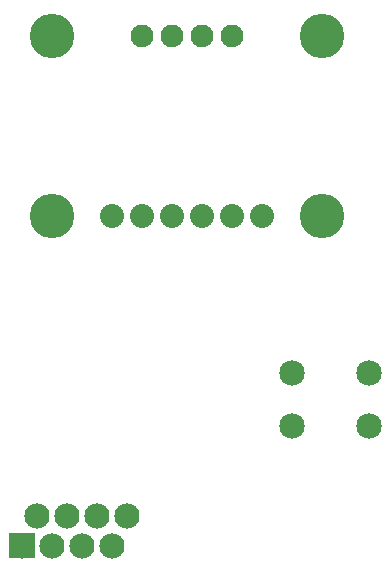
<source format=gbs>
G04 MADE WITH FRITZING*
G04 WWW.FRITZING.ORG*
G04 DOUBLE SIDED*
G04 HOLES PLATED*
G04 CONTOUR ON CENTER OF CONTOUR VECTOR*
%ASAXBY*%
%FSLAX23Y23*%
%MOIN*%
%OFA0B0*%
%SFA1.0B1.0*%
%ADD10C,0.148425*%
%ADD11C,0.080000*%
%ADD12C,0.076000*%
%ADD13C,0.085000*%
%ADD14C,0.084000*%
%ADD15R,0.001000X0.001000*%
%LNMASK0*%
G90*
G70*
G54D10*
X355Y1227D03*
X355Y1827D03*
G54D11*
X1055Y1227D03*
X955Y1227D03*
X855Y1227D03*
X755Y1227D03*
X655Y1227D03*
X555Y1227D03*
G54D10*
X1255Y1227D03*
G54D12*
X955Y1827D03*
G54D10*
X1255Y1827D03*
G54D12*
X855Y1827D03*
X755Y1827D03*
X655Y1827D03*
G54D13*
X1411Y527D03*
X1155Y527D03*
X1411Y704D03*
X1155Y704D03*
G54D14*
X605Y227D03*
X555Y127D03*
X505Y227D03*
X405Y227D03*
X305Y227D03*
X455Y127D03*
X355Y127D03*
X255Y127D03*
G54D15*
X214Y168D02*
X297Y168D01*
X214Y167D02*
X297Y167D01*
X214Y166D02*
X297Y166D01*
X214Y165D02*
X297Y165D01*
X214Y164D02*
X297Y164D01*
X214Y163D02*
X297Y163D01*
X214Y162D02*
X297Y162D01*
X214Y161D02*
X297Y161D01*
X214Y160D02*
X297Y160D01*
X214Y159D02*
X297Y159D01*
X214Y158D02*
X297Y158D01*
X214Y157D02*
X297Y157D01*
X214Y156D02*
X297Y156D01*
X214Y155D02*
X297Y155D01*
X214Y154D02*
X297Y154D01*
X214Y153D02*
X297Y153D01*
X214Y152D02*
X297Y152D01*
X214Y151D02*
X297Y151D01*
X214Y150D02*
X297Y150D01*
X214Y149D02*
X297Y149D01*
X214Y148D02*
X297Y148D01*
X214Y147D02*
X297Y147D01*
X214Y146D02*
X297Y146D01*
X214Y145D02*
X297Y145D01*
X214Y144D02*
X297Y144D01*
X214Y143D02*
X297Y143D01*
X214Y142D02*
X297Y142D01*
X214Y141D02*
X250Y141D01*
X260Y141D02*
X297Y141D01*
X214Y140D02*
X248Y140D01*
X263Y140D02*
X297Y140D01*
X214Y139D02*
X246Y139D01*
X264Y139D02*
X297Y139D01*
X214Y138D02*
X245Y138D01*
X265Y138D02*
X297Y138D01*
X214Y137D02*
X244Y137D01*
X267Y137D02*
X297Y137D01*
X214Y136D02*
X243Y136D01*
X267Y136D02*
X297Y136D01*
X214Y135D02*
X242Y135D01*
X268Y135D02*
X297Y135D01*
X214Y134D02*
X242Y134D01*
X269Y134D02*
X297Y134D01*
X214Y133D02*
X241Y133D01*
X269Y133D02*
X297Y133D01*
X214Y132D02*
X241Y132D01*
X270Y132D02*
X297Y132D01*
X214Y131D02*
X241Y131D01*
X270Y131D02*
X297Y131D01*
X214Y130D02*
X240Y130D01*
X270Y130D02*
X297Y130D01*
X214Y129D02*
X240Y129D01*
X270Y129D02*
X297Y129D01*
X214Y128D02*
X240Y128D01*
X270Y128D02*
X297Y128D01*
X214Y127D02*
X240Y127D01*
X270Y127D02*
X297Y127D01*
X214Y126D02*
X240Y126D01*
X270Y126D02*
X297Y126D01*
X214Y125D02*
X240Y125D01*
X270Y125D02*
X297Y125D01*
X214Y124D02*
X240Y124D01*
X270Y124D02*
X297Y124D01*
X214Y123D02*
X241Y123D01*
X270Y123D02*
X297Y123D01*
X214Y122D02*
X241Y122D01*
X270Y122D02*
X297Y122D01*
X214Y121D02*
X241Y121D01*
X269Y121D02*
X297Y121D01*
X214Y120D02*
X242Y120D01*
X269Y120D02*
X297Y120D01*
X214Y119D02*
X242Y119D01*
X268Y119D02*
X297Y119D01*
X214Y118D02*
X243Y118D01*
X267Y118D02*
X297Y118D01*
X214Y117D02*
X244Y117D01*
X267Y117D02*
X297Y117D01*
X214Y116D02*
X245Y116D01*
X265Y116D02*
X297Y116D01*
X214Y115D02*
X246Y115D01*
X264Y115D02*
X297Y115D01*
X214Y114D02*
X248Y114D01*
X263Y114D02*
X297Y114D01*
X214Y113D02*
X250Y113D01*
X260Y113D02*
X297Y113D01*
X214Y112D02*
X297Y112D01*
X214Y111D02*
X297Y111D01*
X214Y110D02*
X297Y110D01*
X214Y109D02*
X297Y109D01*
X214Y108D02*
X297Y108D01*
X214Y107D02*
X297Y107D01*
X214Y106D02*
X297Y106D01*
X214Y105D02*
X297Y105D01*
X214Y104D02*
X297Y104D01*
X214Y103D02*
X297Y103D01*
X214Y102D02*
X297Y102D01*
X214Y101D02*
X297Y101D01*
X214Y100D02*
X297Y100D01*
X214Y99D02*
X297Y99D01*
X214Y98D02*
X297Y98D01*
X214Y97D02*
X297Y97D01*
X214Y96D02*
X297Y96D01*
X214Y95D02*
X297Y95D01*
X214Y94D02*
X297Y94D01*
X214Y93D02*
X297Y93D01*
X214Y92D02*
X297Y92D01*
X214Y91D02*
X297Y91D01*
X214Y90D02*
X297Y90D01*
X214Y89D02*
X297Y89D01*
X214Y88D02*
X297Y88D01*
X214Y87D02*
X297Y87D01*
X214Y86D02*
X297Y86D01*
D02*
G04 End of Mask0*
M02*
</source>
